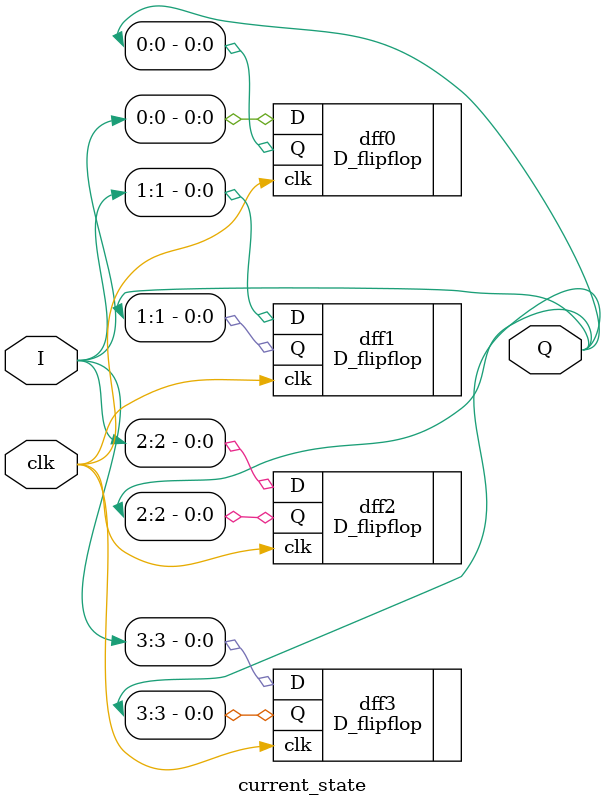
<source format=v>
module current_state(I,clk,Q);
input [3:0] I;
input clk;
output [3:0] Q;

	D_flipflop dff3(.D(I[3]),.clk(clk),.Q(Q[3]));
	D_flipflop dff2(.D(I[2]),.clk(clk),.Q(Q[2]));
	D_flipflop dff1(.D(I[1]),.clk(clk),.Q(Q[1]));
	D_flipflop dff0(.D(I[0]),.clk(clk),.Q(Q[0]));

endmodule
</source>
